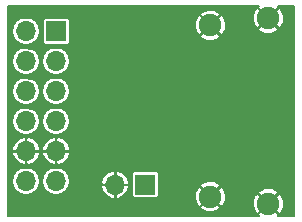
<source format=gbr>
G04 #@! TF.GenerationSoftware,KiCad,Pcbnew,5.0.2-bee76a0~70~ubuntu18.04.1*
G04 #@! TF.CreationDate,2020-06-27T14:22:49+01:00*
G04 #@! TF.ProjectId,picodvi_pmod,7069636f-6476-4695-9f70-6d6f642e6b69,rev?*
G04 #@! TF.SameCoordinates,Original*
G04 #@! TF.FileFunction,Copper,L2,Bot*
G04 #@! TF.FilePolarity,Positive*
%FSLAX46Y46*%
G04 Gerber Fmt 4.6, Leading zero omitted, Abs format (unit mm)*
G04 Created by KiCad (PCBNEW 5.0.2-bee76a0~70~ubuntu18.04.1) date Sat 27 Jun 2020 14:22:49 BST*
%MOMM*%
%LPD*%
G01*
G04 APERTURE LIST*
G04 #@! TA.AperFunction,ComponentPad*
%ADD10R,1.700000X1.700000*%
G04 #@! TD*
G04 #@! TA.AperFunction,ComponentPad*
%ADD11O,1.700000X1.700000*%
G04 #@! TD*
G04 #@! TA.AperFunction,ComponentPad*
%ADD12C,1.900000*%
G04 #@! TD*
G04 #@! TA.AperFunction,ViaPad*
%ADD13C,0.600000*%
G04 #@! TD*
G04 #@! TA.AperFunction,Conductor*
%ADD14C,0.200000*%
G04 #@! TD*
G04 APERTURE END LIST*
D10*
G04 #@! TO.P,J1,1*
G04 #@! TO.N,/PMOD_D2+*
X131445000Y-70000000D03*
D11*
G04 #@! TO.P,J1,2*
G04 #@! TO.N,/PMOD_D1+*
X128905000Y-70000000D03*
G04 #@! TO.P,J1,3*
G04 #@! TO.N,/PMOD_D2-*
X131445000Y-72540000D03*
G04 #@! TO.P,J1,4*
G04 #@! TO.N,/PMOD_D1-*
X128905000Y-72540000D03*
G04 #@! TO.P,J1,5*
G04 #@! TO.N,/PMOD_D0+*
X131445000Y-75080000D03*
G04 #@! TO.P,J1,6*
G04 #@! TO.N,/PMOD_CK+*
X128905000Y-75080000D03*
G04 #@! TO.P,J1,7*
G04 #@! TO.N,/PMOD_D0-*
X131445000Y-77620000D03*
G04 #@! TO.P,J1,8*
G04 #@! TO.N,/PMOD_CK-*
X128905000Y-77620000D03*
G04 #@! TO.P,J1,9*
G04 #@! TO.N,GND*
X131445000Y-80160000D03*
G04 #@! TO.P,J1,10*
X128905000Y-80160000D03*
G04 #@! TO.P,J1,11*
G04 #@! TO.N,+3V3*
X131445000Y-82700000D03*
G04 #@! TO.P,J1,12*
X128905000Y-82700000D03*
G04 #@! TD*
D10*
G04 #@! TO.P,J2,1*
G04 #@! TO.N,+5V*
X139000000Y-83000000D03*
D11*
G04 #@! TO.P,J2,2*
G04 #@! TO.N,GND*
X136460000Y-83000000D03*
G04 #@! TD*
D12*
G04 #@! TO.P,J3,SH*
G04 #@! TO.N,GND*
X144500000Y-84000000D03*
X144500000Y-69500000D03*
X149400000Y-84600000D03*
X149400000Y-68900000D03*
G04 #@! TD*
D13*
G04 #@! TO.N,GND*
X142250000Y-77500000D03*
X142250000Y-76000000D03*
X142250000Y-74500000D03*
X142250000Y-73000000D03*
X145000000Y-73000000D03*
X145000000Y-74500000D03*
X145000000Y-76000000D03*
X145000000Y-77500000D03*
X141500000Y-84250000D03*
X128000000Y-68250000D03*
X127750000Y-85250000D03*
X142000000Y-79000000D03*
X141750000Y-71500000D03*
X134250000Y-71250000D03*
X151000000Y-77500000D03*
X145250000Y-80500000D03*
X142000000Y-80500000D03*
X132700000Y-72000000D03*
X132000000Y-76350000D03*
X129400000Y-76400000D03*
X129350000Y-73850000D03*
X129350000Y-71300000D03*
G04 #@! TD*
D14*
G04 #@! TO.N,GND*
G36*
X148542480Y-68007124D02*
X149400000Y-68864645D01*
X150257520Y-68007124D01*
X150202955Y-67900000D01*
X151600001Y-67900000D01*
X151600000Y-85600000D01*
X150202955Y-85600000D01*
X150257520Y-85492876D01*
X149400000Y-84635355D01*
X148542480Y-85492876D01*
X148597045Y-85600000D01*
X127400000Y-85600000D01*
X127400000Y-84892876D01*
X143642480Y-84892876D01*
X143741273Y-85086830D01*
X144214940Y-85294452D01*
X144732004Y-85305006D01*
X145213747Y-85116884D01*
X145258727Y-85086830D01*
X145357520Y-84892876D01*
X144500000Y-84035355D01*
X143642480Y-84892876D01*
X127400000Y-84892876D01*
X127400000Y-84232004D01*
X143194994Y-84232004D01*
X143383116Y-84713747D01*
X143413170Y-84758727D01*
X143607124Y-84857520D01*
X144464645Y-84000000D01*
X144535355Y-84000000D01*
X145392876Y-84857520D01*
X145442969Y-84832004D01*
X148094994Y-84832004D01*
X148283116Y-85313747D01*
X148313170Y-85358727D01*
X148507124Y-85457520D01*
X149364645Y-84600000D01*
X149435355Y-84600000D01*
X150292876Y-85457520D01*
X150486830Y-85358727D01*
X150694452Y-84885060D01*
X150705006Y-84367996D01*
X150516884Y-83886253D01*
X150486830Y-83841273D01*
X150292876Y-83742480D01*
X149435355Y-84600000D01*
X149364645Y-84600000D01*
X148507124Y-83742480D01*
X148313170Y-83841273D01*
X148105548Y-84314940D01*
X148094994Y-84832004D01*
X145442969Y-84832004D01*
X145586830Y-84758727D01*
X145794452Y-84285060D01*
X145805006Y-83767996D01*
X145781236Y-83707124D01*
X148542480Y-83707124D01*
X149400000Y-84564645D01*
X150257520Y-83707124D01*
X150158727Y-83513170D01*
X149685060Y-83305548D01*
X149167996Y-83294994D01*
X148686253Y-83483116D01*
X148641273Y-83513170D01*
X148542480Y-83707124D01*
X145781236Y-83707124D01*
X145616884Y-83286253D01*
X145586830Y-83241273D01*
X145392876Y-83142480D01*
X144535355Y-84000000D01*
X144464645Y-84000000D01*
X143607124Y-83142480D01*
X143413170Y-83241273D01*
X143205548Y-83714940D01*
X143194994Y-84232004D01*
X127400000Y-84232004D01*
X127400000Y-82700000D01*
X127732471Y-82700000D01*
X127821724Y-83148707D01*
X128075897Y-83529103D01*
X128456293Y-83783276D01*
X128791739Y-83850000D01*
X129018261Y-83850000D01*
X129353707Y-83783276D01*
X129734103Y-83529103D01*
X129988276Y-83148707D01*
X130077529Y-82700000D01*
X130272471Y-82700000D01*
X130361724Y-83148707D01*
X130615897Y-83529103D01*
X130996293Y-83783276D01*
X131331739Y-83850000D01*
X131558261Y-83850000D01*
X131893707Y-83783276D01*
X132274103Y-83529103D01*
X132485735Y-83212373D01*
X135278940Y-83212373D01*
X135450114Y-83648179D01*
X135775034Y-83985306D01*
X136204234Y-84172429D01*
X136247627Y-84181058D01*
X136435000Y-84112219D01*
X136435000Y-83025000D01*
X136485000Y-83025000D01*
X136485000Y-84112219D01*
X136672373Y-84181058D01*
X136715766Y-84172429D01*
X137144966Y-83985306D01*
X137469886Y-83648179D01*
X137641060Y-83212373D01*
X137572242Y-83025000D01*
X136485000Y-83025000D01*
X136435000Y-83025000D01*
X135347758Y-83025000D01*
X135278940Y-83212373D01*
X132485735Y-83212373D01*
X132528276Y-83148707D01*
X132600098Y-82787627D01*
X135278940Y-82787627D01*
X135347758Y-82975000D01*
X136435000Y-82975000D01*
X136435000Y-81887781D01*
X136485000Y-81887781D01*
X136485000Y-82975000D01*
X137572242Y-82975000D01*
X137641060Y-82787627D01*
X137469886Y-82351821D01*
X137275373Y-82150000D01*
X137844123Y-82150000D01*
X137844123Y-83850000D01*
X137867407Y-83967054D01*
X137933712Y-84066288D01*
X138032946Y-84132593D01*
X138150000Y-84155877D01*
X139850000Y-84155877D01*
X139967054Y-84132593D01*
X140066288Y-84066288D01*
X140132593Y-83967054D01*
X140155877Y-83850000D01*
X140155877Y-83107124D01*
X143642480Y-83107124D01*
X144500000Y-83964645D01*
X145357520Y-83107124D01*
X145258727Y-82913170D01*
X144785060Y-82705548D01*
X144267996Y-82694994D01*
X143786253Y-82883116D01*
X143741273Y-82913170D01*
X143642480Y-83107124D01*
X140155877Y-83107124D01*
X140155877Y-82150000D01*
X140132593Y-82032946D01*
X140066288Y-81933712D01*
X139967054Y-81867407D01*
X139850000Y-81844123D01*
X138150000Y-81844123D01*
X138032946Y-81867407D01*
X137933712Y-81933712D01*
X137867407Y-82032946D01*
X137844123Y-82150000D01*
X137275373Y-82150000D01*
X137144966Y-82014694D01*
X136715766Y-81827571D01*
X136672373Y-81818942D01*
X136485000Y-81887781D01*
X136435000Y-81887781D01*
X136247627Y-81818942D01*
X136204234Y-81827571D01*
X135775034Y-82014694D01*
X135450114Y-82351821D01*
X135278940Y-82787627D01*
X132600098Y-82787627D01*
X132617529Y-82700000D01*
X132528276Y-82251293D01*
X132274103Y-81870897D01*
X131893707Y-81616724D01*
X131558261Y-81550000D01*
X131331739Y-81550000D01*
X130996293Y-81616724D01*
X130615897Y-81870897D01*
X130361724Y-82251293D01*
X130272471Y-82700000D01*
X130077529Y-82700000D01*
X129988276Y-82251293D01*
X129734103Y-81870897D01*
X129353707Y-81616724D01*
X129018261Y-81550000D01*
X128791739Y-81550000D01*
X128456293Y-81616724D01*
X128075897Y-81870897D01*
X127821724Y-82251293D01*
X127732471Y-82700000D01*
X127400000Y-82700000D01*
X127400000Y-80372373D01*
X127723942Y-80372373D01*
X127732571Y-80415766D01*
X127919694Y-80844966D01*
X128256821Y-81169886D01*
X128692627Y-81341060D01*
X128880000Y-81272242D01*
X128880000Y-80185000D01*
X128930000Y-80185000D01*
X128930000Y-81272242D01*
X129117373Y-81341060D01*
X129553179Y-81169886D01*
X129890306Y-80844966D01*
X130077429Y-80415766D01*
X130086058Y-80372373D01*
X130263942Y-80372373D01*
X130272571Y-80415766D01*
X130459694Y-80844966D01*
X130796821Y-81169886D01*
X131232627Y-81341060D01*
X131420000Y-81272242D01*
X131420000Y-80185000D01*
X131470000Y-80185000D01*
X131470000Y-81272242D01*
X131657373Y-81341060D01*
X132093179Y-81169886D01*
X132430306Y-80844966D01*
X132617429Y-80415766D01*
X132626058Y-80372373D01*
X132557219Y-80185000D01*
X131470000Y-80185000D01*
X131420000Y-80185000D01*
X130332781Y-80185000D01*
X130263942Y-80372373D01*
X130086058Y-80372373D01*
X130017219Y-80185000D01*
X128930000Y-80185000D01*
X128880000Y-80185000D01*
X127792781Y-80185000D01*
X127723942Y-80372373D01*
X127400000Y-80372373D01*
X127400000Y-79947627D01*
X127723942Y-79947627D01*
X127792781Y-80135000D01*
X128880000Y-80135000D01*
X128880000Y-79047758D01*
X128930000Y-79047758D01*
X128930000Y-80135000D01*
X130017219Y-80135000D01*
X130086058Y-79947627D01*
X130263942Y-79947627D01*
X130332781Y-80135000D01*
X131420000Y-80135000D01*
X131420000Y-79047758D01*
X131470000Y-79047758D01*
X131470000Y-80135000D01*
X132557219Y-80135000D01*
X132626058Y-79947627D01*
X132617429Y-79904234D01*
X132430306Y-79475034D01*
X132093179Y-79150114D01*
X131657373Y-78978940D01*
X131470000Y-79047758D01*
X131420000Y-79047758D01*
X131232627Y-78978940D01*
X130796821Y-79150114D01*
X130459694Y-79475034D01*
X130272571Y-79904234D01*
X130263942Y-79947627D01*
X130086058Y-79947627D01*
X130077429Y-79904234D01*
X129890306Y-79475034D01*
X129553179Y-79150114D01*
X129117373Y-78978940D01*
X128930000Y-79047758D01*
X128880000Y-79047758D01*
X128692627Y-78978940D01*
X128256821Y-79150114D01*
X127919694Y-79475034D01*
X127732571Y-79904234D01*
X127723942Y-79947627D01*
X127400000Y-79947627D01*
X127400000Y-77620000D01*
X127732471Y-77620000D01*
X127821724Y-78068707D01*
X128075897Y-78449103D01*
X128456293Y-78703276D01*
X128791739Y-78770000D01*
X129018261Y-78770000D01*
X129353707Y-78703276D01*
X129734103Y-78449103D01*
X129988276Y-78068707D01*
X130077529Y-77620000D01*
X130272471Y-77620000D01*
X130361724Y-78068707D01*
X130615897Y-78449103D01*
X130996293Y-78703276D01*
X131331739Y-78770000D01*
X131558261Y-78770000D01*
X131893707Y-78703276D01*
X132274103Y-78449103D01*
X132528276Y-78068707D01*
X132617529Y-77620000D01*
X132528276Y-77171293D01*
X132274103Y-76790897D01*
X131893707Y-76536724D01*
X131558261Y-76470000D01*
X131331739Y-76470000D01*
X130996293Y-76536724D01*
X130615897Y-76790897D01*
X130361724Y-77171293D01*
X130272471Y-77620000D01*
X130077529Y-77620000D01*
X129988276Y-77171293D01*
X129734103Y-76790897D01*
X129353707Y-76536724D01*
X129018261Y-76470000D01*
X128791739Y-76470000D01*
X128456293Y-76536724D01*
X128075897Y-76790897D01*
X127821724Y-77171293D01*
X127732471Y-77620000D01*
X127400000Y-77620000D01*
X127400000Y-75080000D01*
X127732471Y-75080000D01*
X127821724Y-75528707D01*
X128075897Y-75909103D01*
X128456293Y-76163276D01*
X128791739Y-76230000D01*
X129018261Y-76230000D01*
X129353707Y-76163276D01*
X129734103Y-75909103D01*
X129988276Y-75528707D01*
X130077529Y-75080000D01*
X130272471Y-75080000D01*
X130361724Y-75528707D01*
X130615897Y-75909103D01*
X130996293Y-76163276D01*
X131331739Y-76230000D01*
X131558261Y-76230000D01*
X131893707Y-76163276D01*
X132274103Y-75909103D01*
X132528276Y-75528707D01*
X132617529Y-75080000D01*
X132528276Y-74631293D01*
X132274103Y-74250897D01*
X131893707Y-73996724D01*
X131558261Y-73930000D01*
X131331739Y-73930000D01*
X130996293Y-73996724D01*
X130615897Y-74250897D01*
X130361724Y-74631293D01*
X130272471Y-75080000D01*
X130077529Y-75080000D01*
X129988276Y-74631293D01*
X129734103Y-74250897D01*
X129353707Y-73996724D01*
X129018261Y-73930000D01*
X128791739Y-73930000D01*
X128456293Y-73996724D01*
X128075897Y-74250897D01*
X127821724Y-74631293D01*
X127732471Y-75080000D01*
X127400000Y-75080000D01*
X127400000Y-72540000D01*
X127732471Y-72540000D01*
X127821724Y-72988707D01*
X128075897Y-73369103D01*
X128456293Y-73623276D01*
X128791739Y-73690000D01*
X129018261Y-73690000D01*
X129353707Y-73623276D01*
X129734103Y-73369103D01*
X129988276Y-72988707D01*
X130077529Y-72540000D01*
X130272471Y-72540000D01*
X130361724Y-72988707D01*
X130615897Y-73369103D01*
X130996293Y-73623276D01*
X131331739Y-73690000D01*
X131558261Y-73690000D01*
X131893707Y-73623276D01*
X132274103Y-73369103D01*
X132528276Y-72988707D01*
X132617529Y-72540000D01*
X132528276Y-72091293D01*
X132274103Y-71710897D01*
X131893707Y-71456724D01*
X131558261Y-71390000D01*
X131331739Y-71390000D01*
X130996293Y-71456724D01*
X130615897Y-71710897D01*
X130361724Y-72091293D01*
X130272471Y-72540000D01*
X130077529Y-72540000D01*
X129988276Y-72091293D01*
X129734103Y-71710897D01*
X129353707Y-71456724D01*
X129018261Y-71390000D01*
X128791739Y-71390000D01*
X128456293Y-71456724D01*
X128075897Y-71710897D01*
X127821724Y-72091293D01*
X127732471Y-72540000D01*
X127400000Y-72540000D01*
X127400000Y-70000000D01*
X127732471Y-70000000D01*
X127821724Y-70448707D01*
X128075897Y-70829103D01*
X128456293Y-71083276D01*
X128791739Y-71150000D01*
X129018261Y-71150000D01*
X129353707Y-71083276D01*
X129734103Y-70829103D01*
X129988276Y-70448707D01*
X130077529Y-70000000D01*
X129988276Y-69551293D01*
X129734103Y-69170897D01*
X129702829Y-69150000D01*
X130289123Y-69150000D01*
X130289123Y-70850000D01*
X130312407Y-70967054D01*
X130378712Y-71066288D01*
X130477946Y-71132593D01*
X130595000Y-71155877D01*
X132295000Y-71155877D01*
X132412054Y-71132593D01*
X132511288Y-71066288D01*
X132577593Y-70967054D01*
X132600877Y-70850000D01*
X132600877Y-70392876D01*
X143642480Y-70392876D01*
X143741273Y-70586830D01*
X144214940Y-70794452D01*
X144732004Y-70805006D01*
X145213747Y-70616884D01*
X145258727Y-70586830D01*
X145357520Y-70392876D01*
X144500000Y-69535355D01*
X143642480Y-70392876D01*
X132600877Y-70392876D01*
X132600877Y-69732004D01*
X143194994Y-69732004D01*
X143383116Y-70213747D01*
X143413170Y-70258727D01*
X143607124Y-70357520D01*
X144464645Y-69500000D01*
X144535355Y-69500000D01*
X145392876Y-70357520D01*
X145586830Y-70258727D01*
X145791026Y-69792876D01*
X148542480Y-69792876D01*
X148641273Y-69986830D01*
X149114940Y-70194452D01*
X149632004Y-70205006D01*
X150113747Y-70016884D01*
X150158727Y-69986830D01*
X150257520Y-69792876D01*
X149400000Y-68935355D01*
X148542480Y-69792876D01*
X145791026Y-69792876D01*
X145794452Y-69785060D01*
X145805006Y-69267996D01*
X145751901Y-69132004D01*
X148094994Y-69132004D01*
X148283116Y-69613747D01*
X148313170Y-69658727D01*
X148507124Y-69757520D01*
X149364645Y-68900000D01*
X149435355Y-68900000D01*
X150292876Y-69757520D01*
X150486830Y-69658727D01*
X150694452Y-69185060D01*
X150705006Y-68667996D01*
X150516884Y-68186253D01*
X150486830Y-68141273D01*
X150292876Y-68042480D01*
X149435355Y-68900000D01*
X149364645Y-68900000D01*
X148507124Y-68042480D01*
X148313170Y-68141273D01*
X148105548Y-68614940D01*
X148094994Y-69132004D01*
X145751901Y-69132004D01*
X145616884Y-68786253D01*
X145586830Y-68741273D01*
X145392876Y-68642480D01*
X144535355Y-69500000D01*
X144464645Y-69500000D01*
X143607124Y-68642480D01*
X143413170Y-68741273D01*
X143205548Y-69214940D01*
X143194994Y-69732004D01*
X132600877Y-69732004D01*
X132600877Y-69150000D01*
X132577593Y-69032946D01*
X132511288Y-68933712D01*
X132412054Y-68867407D01*
X132295000Y-68844123D01*
X130595000Y-68844123D01*
X130477946Y-68867407D01*
X130378712Y-68933712D01*
X130312407Y-69032946D01*
X130289123Y-69150000D01*
X129702829Y-69150000D01*
X129353707Y-68916724D01*
X129018261Y-68850000D01*
X128791739Y-68850000D01*
X128456293Y-68916724D01*
X128075897Y-69170897D01*
X127821724Y-69551293D01*
X127732471Y-70000000D01*
X127400000Y-70000000D01*
X127400000Y-68607124D01*
X143642480Y-68607124D01*
X144500000Y-69464645D01*
X145357520Y-68607124D01*
X145258727Y-68413170D01*
X144785060Y-68205548D01*
X144267996Y-68194994D01*
X143786253Y-68383116D01*
X143741273Y-68413170D01*
X143642480Y-68607124D01*
X127400000Y-68607124D01*
X127400000Y-67900000D01*
X148597045Y-67900000D01*
X148542480Y-68007124D01*
X148542480Y-68007124D01*
G37*
X148542480Y-68007124D02*
X149400000Y-68864645D01*
X150257520Y-68007124D01*
X150202955Y-67900000D01*
X151600001Y-67900000D01*
X151600000Y-85600000D01*
X150202955Y-85600000D01*
X150257520Y-85492876D01*
X149400000Y-84635355D01*
X148542480Y-85492876D01*
X148597045Y-85600000D01*
X127400000Y-85600000D01*
X127400000Y-84892876D01*
X143642480Y-84892876D01*
X143741273Y-85086830D01*
X144214940Y-85294452D01*
X144732004Y-85305006D01*
X145213747Y-85116884D01*
X145258727Y-85086830D01*
X145357520Y-84892876D01*
X144500000Y-84035355D01*
X143642480Y-84892876D01*
X127400000Y-84892876D01*
X127400000Y-84232004D01*
X143194994Y-84232004D01*
X143383116Y-84713747D01*
X143413170Y-84758727D01*
X143607124Y-84857520D01*
X144464645Y-84000000D01*
X144535355Y-84000000D01*
X145392876Y-84857520D01*
X145442969Y-84832004D01*
X148094994Y-84832004D01*
X148283116Y-85313747D01*
X148313170Y-85358727D01*
X148507124Y-85457520D01*
X149364645Y-84600000D01*
X149435355Y-84600000D01*
X150292876Y-85457520D01*
X150486830Y-85358727D01*
X150694452Y-84885060D01*
X150705006Y-84367996D01*
X150516884Y-83886253D01*
X150486830Y-83841273D01*
X150292876Y-83742480D01*
X149435355Y-84600000D01*
X149364645Y-84600000D01*
X148507124Y-83742480D01*
X148313170Y-83841273D01*
X148105548Y-84314940D01*
X148094994Y-84832004D01*
X145442969Y-84832004D01*
X145586830Y-84758727D01*
X145794452Y-84285060D01*
X145805006Y-83767996D01*
X145781236Y-83707124D01*
X148542480Y-83707124D01*
X149400000Y-84564645D01*
X150257520Y-83707124D01*
X150158727Y-83513170D01*
X149685060Y-83305548D01*
X149167996Y-83294994D01*
X148686253Y-83483116D01*
X148641273Y-83513170D01*
X148542480Y-83707124D01*
X145781236Y-83707124D01*
X145616884Y-83286253D01*
X145586830Y-83241273D01*
X145392876Y-83142480D01*
X144535355Y-84000000D01*
X144464645Y-84000000D01*
X143607124Y-83142480D01*
X143413170Y-83241273D01*
X143205548Y-83714940D01*
X143194994Y-84232004D01*
X127400000Y-84232004D01*
X127400000Y-82700000D01*
X127732471Y-82700000D01*
X127821724Y-83148707D01*
X128075897Y-83529103D01*
X128456293Y-83783276D01*
X128791739Y-83850000D01*
X129018261Y-83850000D01*
X129353707Y-83783276D01*
X129734103Y-83529103D01*
X129988276Y-83148707D01*
X130077529Y-82700000D01*
X130272471Y-82700000D01*
X130361724Y-83148707D01*
X130615897Y-83529103D01*
X130996293Y-83783276D01*
X131331739Y-83850000D01*
X131558261Y-83850000D01*
X131893707Y-83783276D01*
X132274103Y-83529103D01*
X132485735Y-83212373D01*
X135278940Y-83212373D01*
X135450114Y-83648179D01*
X135775034Y-83985306D01*
X136204234Y-84172429D01*
X136247627Y-84181058D01*
X136435000Y-84112219D01*
X136435000Y-83025000D01*
X136485000Y-83025000D01*
X136485000Y-84112219D01*
X136672373Y-84181058D01*
X136715766Y-84172429D01*
X137144966Y-83985306D01*
X137469886Y-83648179D01*
X137641060Y-83212373D01*
X137572242Y-83025000D01*
X136485000Y-83025000D01*
X136435000Y-83025000D01*
X135347758Y-83025000D01*
X135278940Y-83212373D01*
X132485735Y-83212373D01*
X132528276Y-83148707D01*
X132600098Y-82787627D01*
X135278940Y-82787627D01*
X135347758Y-82975000D01*
X136435000Y-82975000D01*
X136435000Y-81887781D01*
X136485000Y-81887781D01*
X136485000Y-82975000D01*
X137572242Y-82975000D01*
X137641060Y-82787627D01*
X137469886Y-82351821D01*
X137275373Y-82150000D01*
X137844123Y-82150000D01*
X137844123Y-83850000D01*
X137867407Y-83967054D01*
X137933712Y-84066288D01*
X138032946Y-84132593D01*
X138150000Y-84155877D01*
X139850000Y-84155877D01*
X139967054Y-84132593D01*
X140066288Y-84066288D01*
X140132593Y-83967054D01*
X140155877Y-83850000D01*
X140155877Y-83107124D01*
X143642480Y-83107124D01*
X144500000Y-83964645D01*
X145357520Y-83107124D01*
X145258727Y-82913170D01*
X144785060Y-82705548D01*
X144267996Y-82694994D01*
X143786253Y-82883116D01*
X143741273Y-82913170D01*
X143642480Y-83107124D01*
X140155877Y-83107124D01*
X140155877Y-82150000D01*
X140132593Y-82032946D01*
X140066288Y-81933712D01*
X139967054Y-81867407D01*
X139850000Y-81844123D01*
X138150000Y-81844123D01*
X138032946Y-81867407D01*
X137933712Y-81933712D01*
X137867407Y-82032946D01*
X137844123Y-82150000D01*
X137275373Y-82150000D01*
X137144966Y-82014694D01*
X136715766Y-81827571D01*
X136672373Y-81818942D01*
X136485000Y-81887781D01*
X136435000Y-81887781D01*
X136247627Y-81818942D01*
X136204234Y-81827571D01*
X135775034Y-82014694D01*
X135450114Y-82351821D01*
X135278940Y-82787627D01*
X132600098Y-82787627D01*
X132617529Y-82700000D01*
X132528276Y-82251293D01*
X132274103Y-81870897D01*
X131893707Y-81616724D01*
X131558261Y-81550000D01*
X131331739Y-81550000D01*
X130996293Y-81616724D01*
X130615897Y-81870897D01*
X130361724Y-82251293D01*
X130272471Y-82700000D01*
X130077529Y-82700000D01*
X129988276Y-82251293D01*
X129734103Y-81870897D01*
X129353707Y-81616724D01*
X129018261Y-81550000D01*
X128791739Y-81550000D01*
X128456293Y-81616724D01*
X128075897Y-81870897D01*
X127821724Y-82251293D01*
X127732471Y-82700000D01*
X127400000Y-82700000D01*
X127400000Y-80372373D01*
X127723942Y-80372373D01*
X127732571Y-80415766D01*
X127919694Y-80844966D01*
X128256821Y-81169886D01*
X128692627Y-81341060D01*
X128880000Y-81272242D01*
X128880000Y-80185000D01*
X128930000Y-80185000D01*
X128930000Y-81272242D01*
X129117373Y-81341060D01*
X129553179Y-81169886D01*
X129890306Y-80844966D01*
X130077429Y-80415766D01*
X130086058Y-80372373D01*
X130263942Y-80372373D01*
X130272571Y-80415766D01*
X130459694Y-80844966D01*
X130796821Y-81169886D01*
X131232627Y-81341060D01*
X131420000Y-81272242D01*
X131420000Y-80185000D01*
X131470000Y-80185000D01*
X131470000Y-81272242D01*
X131657373Y-81341060D01*
X132093179Y-81169886D01*
X132430306Y-80844966D01*
X132617429Y-80415766D01*
X132626058Y-80372373D01*
X132557219Y-80185000D01*
X131470000Y-80185000D01*
X131420000Y-80185000D01*
X130332781Y-80185000D01*
X130263942Y-80372373D01*
X130086058Y-80372373D01*
X130017219Y-80185000D01*
X128930000Y-80185000D01*
X128880000Y-80185000D01*
X127792781Y-80185000D01*
X127723942Y-80372373D01*
X127400000Y-80372373D01*
X127400000Y-79947627D01*
X127723942Y-79947627D01*
X127792781Y-80135000D01*
X128880000Y-80135000D01*
X128880000Y-79047758D01*
X128930000Y-79047758D01*
X128930000Y-80135000D01*
X130017219Y-80135000D01*
X130086058Y-79947627D01*
X130263942Y-79947627D01*
X130332781Y-80135000D01*
X131420000Y-80135000D01*
X131420000Y-79047758D01*
X131470000Y-79047758D01*
X131470000Y-80135000D01*
X132557219Y-80135000D01*
X132626058Y-79947627D01*
X132617429Y-79904234D01*
X132430306Y-79475034D01*
X132093179Y-79150114D01*
X131657373Y-78978940D01*
X131470000Y-79047758D01*
X131420000Y-79047758D01*
X131232627Y-78978940D01*
X130796821Y-79150114D01*
X130459694Y-79475034D01*
X130272571Y-79904234D01*
X130263942Y-79947627D01*
X130086058Y-79947627D01*
X130077429Y-79904234D01*
X129890306Y-79475034D01*
X129553179Y-79150114D01*
X129117373Y-78978940D01*
X128930000Y-79047758D01*
X128880000Y-79047758D01*
X128692627Y-78978940D01*
X128256821Y-79150114D01*
X127919694Y-79475034D01*
X127732571Y-79904234D01*
X127723942Y-79947627D01*
X127400000Y-79947627D01*
X127400000Y-77620000D01*
X127732471Y-77620000D01*
X127821724Y-78068707D01*
X128075897Y-78449103D01*
X128456293Y-78703276D01*
X128791739Y-78770000D01*
X129018261Y-78770000D01*
X129353707Y-78703276D01*
X129734103Y-78449103D01*
X129988276Y-78068707D01*
X130077529Y-77620000D01*
X130272471Y-77620000D01*
X130361724Y-78068707D01*
X130615897Y-78449103D01*
X130996293Y-78703276D01*
X131331739Y-78770000D01*
X131558261Y-78770000D01*
X131893707Y-78703276D01*
X132274103Y-78449103D01*
X132528276Y-78068707D01*
X132617529Y-77620000D01*
X132528276Y-77171293D01*
X132274103Y-76790897D01*
X131893707Y-76536724D01*
X131558261Y-76470000D01*
X131331739Y-76470000D01*
X130996293Y-76536724D01*
X130615897Y-76790897D01*
X130361724Y-77171293D01*
X130272471Y-77620000D01*
X130077529Y-77620000D01*
X129988276Y-77171293D01*
X129734103Y-76790897D01*
X129353707Y-76536724D01*
X129018261Y-76470000D01*
X128791739Y-76470000D01*
X128456293Y-76536724D01*
X128075897Y-76790897D01*
X127821724Y-77171293D01*
X127732471Y-77620000D01*
X127400000Y-77620000D01*
X127400000Y-75080000D01*
X127732471Y-75080000D01*
X127821724Y-75528707D01*
X128075897Y-75909103D01*
X128456293Y-76163276D01*
X128791739Y-76230000D01*
X129018261Y-76230000D01*
X129353707Y-76163276D01*
X129734103Y-75909103D01*
X129988276Y-75528707D01*
X130077529Y-75080000D01*
X130272471Y-75080000D01*
X130361724Y-75528707D01*
X130615897Y-75909103D01*
X130996293Y-76163276D01*
X131331739Y-76230000D01*
X131558261Y-76230000D01*
X131893707Y-76163276D01*
X132274103Y-75909103D01*
X132528276Y-75528707D01*
X132617529Y-75080000D01*
X132528276Y-74631293D01*
X132274103Y-74250897D01*
X131893707Y-73996724D01*
X131558261Y-73930000D01*
X131331739Y-73930000D01*
X130996293Y-73996724D01*
X130615897Y-74250897D01*
X130361724Y-74631293D01*
X130272471Y-75080000D01*
X130077529Y-75080000D01*
X129988276Y-74631293D01*
X129734103Y-74250897D01*
X129353707Y-73996724D01*
X129018261Y-73930000D01*
X128791739Y-73930000D01*
X128456293Y-73996724D01*
X128075897Y-74250897D01*
X127821724Y-74631293D01*
X127732471Y-75080000D01*
X127400000Y-75080000D01*
X127400000Y-72540000D01*
X127732471Y-72540000D01*
X127821724Y-72988707D01*
X128075897Y-73369103D01*
X128456293Y-73623276D01*
X128791739Y-73690000D01*
X129018261Y-73690000D01*
X129353707Y-73623276D01*
X129734103Y-73369103D01*
X129988276Y-72988707D01*
X130077529Y-72540000D01*
X130272471Y-72540000D01*
X130361724Y-72988707D01*
X130615897Y-73369103D01*
X130996293Y-73623276D01*
X131331739Y-73690000D01*
X131558261Y-73690000D01*
X131893707Y-73623276D01*
X132274103Y-73369103D01*
X132528276Y-72988707D01*
X132617529Y-72540000D01*
X132528276Y-72091293D01*
X132274103Y-71710897D01*
X131893707Y-71456724D01*
X131558261Y-71390000D01*
X131331739Y-71390000D01*
X130996293Y-71456724D01*
X130615897Y-71710897D01*
X130361724Y-72091293D01*
X130272471Y-72540000D01*
X130077529Y-72540000D01*
X129988276Y-72091293D01*
X129734103Y-71710897D01*
X129353707Y-71456724D01*
X129018261Y-71390000D01*
X128791739Y-71390000D01*
X128456293Y-71456724D01*
X128075897Y-71710897D01*
X127821724Y-72091293D01*
X127732471Y-72540000D01*
X127400000Y-72540000D01*
X127400000Y-70000000D01*
X127732471Y-70000000D01*
X127821724Y-70448707D01*
X128075897Y-70829103D01*
X128456293Y-71083276D01*
X128791739Y-71150000D01*
X129018261Y-71150000D01*
X129353707Y-71083276D01*
X129734103Y-70829103D01*
X129988276Y-70448707D01*
X130077529Y-70000000D01*
X129988276Y-69551293D01*
X129734103Y-69170897D01*
X129702829Y-69150000D01*
X130289123Y-69150000D01*
X130289123Y-70850000D01*
X130312407Y-70967054D01*
X130378712Y-71066288D01*
X130477946Y-71132593D01*
X130595000Y-71155877D01*
X132295000Y-71155877D01*
X132412054Y-71132593D01*
X132511288Y-71066288D01*
X132577593Y-70967054D01*
X132600877Y-70850000D01*
X132600877Y-70392876D01*
X143642480Y-70392876D01*
X143741273Y-70586830D01*
X144214940Y-70794452D01*
X144732004Y-70805006D01*
X145213747Y-70616884D01*
X145258727Y-70586830D01*
X145357520Y-70392876D01*
X144500000Y-69535355D01*
X143642480Y-70392876D01*
X132600877Y-70392876D01*
X132600877Y-69732004D01*
X143194994Y-69732004D01*
X143383116Y-70213747D01*
X143413170Y-70258727D01*
X143607124Y-70357520D01*
X144464645Y-69500000D01*
X144535355Y-69500000D01*
X145392876Y-70357520D01*
X145586830Y-70258727D01*
X145791026Y-69792876D01*
X148542480Y-69792876D01*
X148641273Y-69986830D01*
X149114940Y-70194452D01*
X149632004Y-70205006D01*
X150113747Y-70016884D01*
X150158727Y-69986830D01*
X150257520Y-69792876D01*
X149400000Y-68935355D01*
X148542480Y-69792876D01*
X145791026Y-69792876D01*
X145794452Y-69785060D01*
X145805006Y-69267996D01*
X145751901Y-69132004D01*
X148094994Y-69132004D01*
X148283116Y-69613747D01*
X148313170Y-69658727D01*
X148507124Y-69757520D01*
X149364645Y-68900000D01*
X149435355Y-68900000D01*
X150292876Y-69757520D01*
X150486830Y-69658727D01*
X150694452Y-69185060D01*
X150705006Y-68667996D01*
X150516884Y-68186253D01*
X150486830Y-68141273D01*
X150292876Y-68042480D01*
X149435355Y-68900000D01*
X149364645Y-68900000D01*
X148507124Y-68042480D01*
X148313170Y-68141273D01*
X148105548Y-68614940D01*
X148094994Y-69132004D01*
X145751901Y-69132004D01*
X145616884Y-68786253D01*
X145586830Y-68741273D01*
X145392876Y-68642480D01*
X144535355Y-69500000D01*
X144464645Y-69500000D01*
X143607124Y-68642480D01*
X143413170Y-68741273D01*
X143205548Y-69214940D01*
X143194994Y-69732004D01*
X132600877Y-69732004D01*
X132600877Y-69150000D01*
X132577593Y-69032946D01*
X132511288Y-68933712D01*
X132412054Y-68867407D01*
X132295000Y-68844123D01*
X130595000Y-68844123D01*
X130477946Y-68867407D01*
X130378712Y-68933712D01*
X130312407Y-69032946D01*
X130289123Y-69150000D01*
X129702829Y-69150000D01*
X129353707Y-68916724D01*
X129018261Y-68850000D01*
X128791739Y-68850000D01*
X128456293Y-68916724D01*
X128075897Y-69170897D01*
X127821724Y-69551293D01*
X127732471Y-70000000D01*
X127400000Y-70000000D01*
X127400000Y-68607124D01*
X143642480Y-68607124D01*
X144500000Y-69464645D01*
X145357520Y-68607124D01*
X145258727Y-68413170D01*
X144785060Y-68205548D01*
X144267996Y-68194994D01*
X143786253Y-68383116D01*
X143741273Y-68413170D01*
X143642480Y-68607124D01*
X127400000Y-68607124D01*
X127400000Y-67900000D01*
X148597045Y-67900000D01*
X148542480Y-68007124D01*
G04 #@! TD*
M02*

</source>
